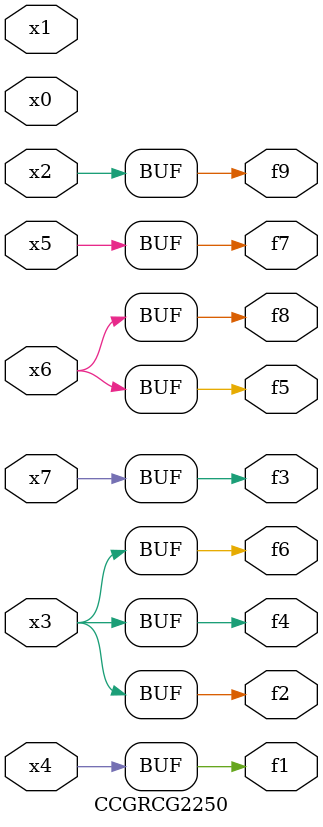
<source format=v>
module CCGRCG2250(
	input x0, x1, x2, x3, x4, x5, x6, x7,
	output f1, f2, f3, f4, f5, f6, f7, f8, f9
);
	assign f1 = x4;
	assign f2 = x3;
	assign f3 = x7;
	assign f4 = x3;
	assign f5 = x6;
	assign f6 = x3;
	assign f7 = x5;
	assign f8 = x6;
	assign f9 = x2;
endmodule

</source>
